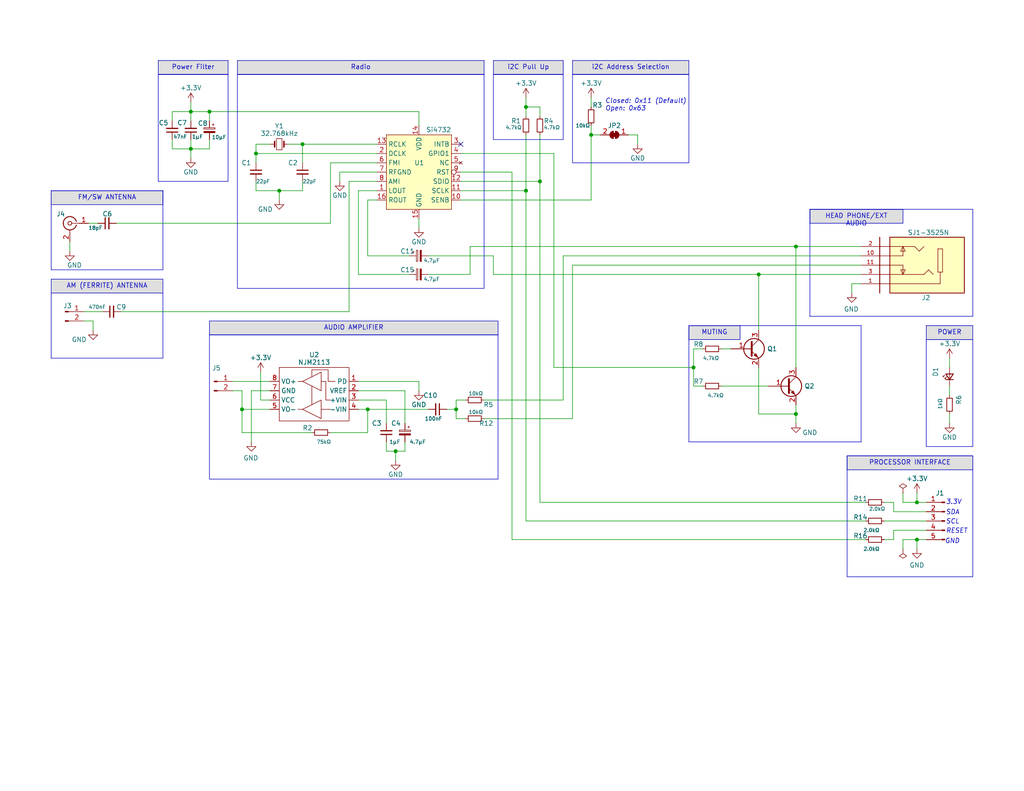
<source format=kicad_sch>
(kicad_sch (version 20230121) (generator eeschema)
  (paper "USLetter")
  (title_block (title "Si4732 BO") (date "2021-03-02") (rev "Version 3A") (comment 1 "Convert from 0402->0603 Passives") (comment 2 "Designed By: Nancy Gail Daniels - AD5EU"))
  (lib_symbols
    (symbol "Connector:Conn_01x02_Pin" (pin_names (offset 1.016) hide)
      (property "Reference" "J" (at 0 2.54 0))
      (property "Value" "Conn_01x02_Pin" (at 0 -5.08 0))
      (symbol "Conn_01x02_Pin_1_1"
        (polyline (pts (xy 1.27 -2.54) (xy 0.8636 -2.54)) (stroke (width 0.1524)))
        (polyline (pts (xy 1.27 0) (xy 0.8636 0)) (stroke (width 0.1524)))
        (rectangle (start 0.8636 -2.413) (end 0 -2.667) (stroke (width 0.1524)) (fill (type outline)))
        (rectangle (start 0.8636 0.127) (end 0 -0.127) (stroke (width 0.1524)) (fill (type outline)))
        (pin passive line (at 5.08 0 180) (length 3.81) (name "Pin_1") (number "1"))
        (pin passive line (at 5.08 -2.54 180) (length 3.81) (name "Pin_2") (number "2"))
      )
    )
    (symbol "Connector:Conn_01x05_Pin" (pin_names (offset 1.016) hide)
      (property "Reference" "J" (at 0 7.62 0))
      (property "Value" "Conn_01x05_Pin" (at 0 -7.62 0))
      (symbol "Conn_01x05_Pin_1_1"
        (polyline (pts (xy 1.27 -5.08) (xy 0.8636 -5.08)) (stroke (width 0.1524)))
        (polyline (pts (xy 1.27 -2.54) (xy 0.8636 -2.54)) (stroke (width 0.1524)))
        (polyline (pts (xy 1.27 0) (xy 0.8636 0)) (stroke (width 0.1524)))
        (polyline (pts (xy 1.27 2.54) (xy 0.8636 2.54)) (stroke (width 0.1524)))
        (polyline (pts (xy 1.27 5.08) (xy 0.8636 5.08)) (stroke (width 0.1524)))
        (rectangle (start 0.8636 -4.953) (end 0 -5.207) (stroke (width 0.1524)) (fill (type outline)))
        (rectangle (start 0.8636 -2.413) (end 0 -2.667) (stroke (width 0.1524)) (fill (type outline)))
        (rectangle (start 0.8636 0.127) (end 0 -0.127) (stroke (width 0.1524)) (fill (type outline)))
        (rectangle (start 0.8636 2.667) (end 0 2.413) (stroke (width 0.1524)) (fill (type outline)))
        (rectangle (start 0.8636 5.207) (end 0 4.953) (stroke (width 0.1524)) (fill (type outline)))
        (pin passive line (at 5.08 5.08 180) (length 3.81) (name "Pin_1") (number "1"))
        (pin passive line (at 5.08 2.54 180) (length 3.81) (name "Pin_2") (number "2"))
        (pin passive line (at 5.08 0 180) (length 3.81) (name "Pin_3") (number "3"))
        (pin passive line (at 5.08 -2.54 180) (length 3.81) (name "Pin_4") (number "4"))
        (pin passive line (at 5.08 -5.08 180) (length 3.81) (name "Pin_5") (number "5"))
      )
    )
    (symbol "Connector:Conn_Coaxial" (pin_names (offset 1.016) hide)
      (property "Reference" "J" (at 0.254 3.048 0))
      (property "Value" "Conn_Coaxial" (at 2.921 0 90))
      (symbol "Conn_Coaxial_0_1"
        (arc (start -1.778 -0.508) (mid 0.2311 -1.8066) (end 1.778 0) (stroke (width 0.254)))
        (polyline (pts (xy -2.54 0) (xy -0.508 0)))
        (polyline (pts (xy 0 -2.54) (xy 0 -1.778)))
        (circle (center 0 0) (radius 0.508) (stroke (width 0.2032)))
        (arc (start 1.778 0) (mid 0.2099 1.8101) (end -1.778 0.508) (stroke (width 0.254)))
      )
      (symbol "Conn_Coaxial_1_1"
        (pin passive line (at -5.08 0 0) (length 2.54) (name "In") (number "1"))
        (pin passive line (at 0 -5.08 90) (length 2.54) (name "Ext") (number "2"))
      )
    )
    (symbol "Device:C_Polarized_Small" (pin_numbers hide) (pin_names (offset 0.254) hide)
      (property "Reference" "C" (at 0.254 1.778 0))
      (property "Value" "C_Polarized_Small" (at 0.254 -2.032 0))
      (symbol "C_Polarized_Small_0_1"
        (rectangle (start -1.524 -0.3048) (end 1.524 -0.6858) (fill (type outline)))
        (rectangle (start -1.524 0.6858) (end 1.524 0.3048))
        (polyline (pts (xy -1.27 1.524) (xy -0.762 1.524)))
        (polyline (pts (xy -1.016 1.27) (xy -1.016 1.778)))
      )
      (symbol "C_Polarized_Small_1_1"
        (pin passive line (at 0 2.54 270) (length 1.8542) (name "~") (number "1"))
        (pin passive line (at 0 -2.54 90) (length 1.8542) (name "~") (number "2"))
      )
    )
    (symbol "Device:C_Small" (pin_numbers hide) (pin_names (offset 0.254) hide)
      (property "Reference" "C" (at 0.254 1.778 0))
      (property "Value" "C_Small" (at 0.254 -2.032 0))
      (symbol "C_Small_0_1"
        (polyline (pts (xy -1.524 -0.508) (xy 1.524 -0.508)) (stroke (width 0.3302)))
        (polyline (pts (xy -1.524 0.508) (xy 1.524 0.508)) (stroke (width 0.3048)))
      )
      (symbol "C_Small_1_1"
        (pin passive line (at 0 2.54 270) (length 2.032) (name "~") (number "1"))
        (pin passive line (at 0 -2.54 90) (length 2.032) (name "~") (number "2"))
      )
    )
    (symbol "Device:Crystal_Small" (pin_numbers hide) (pin_names (offset 1.016) hide)
      (property "Reference" "Y" (at 0 2.54 0))
      (property "Value" "Crystal_Small" (at 0 -2.54 0))
      (symbol "Crystal_Small_0_1"
        (rectangle (start -0.762 -1.524) (end 0.762 1.524))
        (polyline (pts (xy -1.27 -0.762) (xy -1.27 0.762)) (stroke (width 0.381)))
        (polyline (pts (xy 1.27 -0.762) (xy 1.27 0.762)) (stroke (width 0.381)))
      )
      (symbol "Crystal_Small_1_1"
        (pin passive line (at -2.54 0 0) (length 1.27) (name "1") (number "1"))
        (pin passive line (at 2.54 0 180) (length 1.27) (name "2") (number "2"))
      )
    )
    (symbol "Device:LED_Small" (pin_numbers hide) (pin_names (offset 0.254) hide)
      (property "Reference" "D" (at -1.27 3.175 0))
      (property "Value" "LED_Small" (at -4.445 -2.54 0))
      (symbol "LED_Small_0_1"
        (polyline (pts (xy -0.762 -1.016) (xy -0.762 1.016)) (stroke (width 0.254)))
        (polyline (pts (xy 1.016 0) (xy -0.762 0)))
        (polyline (pts (xy 0.762 -1.016) (xy -0.762 0) (xy 0.762 1.016) (xy 0.762 -1.016)) (stroke (width 0.254)))
        (polyline (pts (xy 0 0.762) (xy -0.508 1.27) (xy -0.254 1.27) (xy -0.508 1.27) (xy -0.508 1.016)))
        (polyline (pts (xy 0.508 1.27) (xy 0 1.778) (xy 0.254 1.778) (xy 0 1.778) (xy 0 1.524)))
      )
      (symbol "LED_Small_1_1"
        (pin passive line (at -2.54 0 0) (length 1.778) (name "K") (number "1"))
        (pin passive line (at 2.54 0 180) (length 1.778) (name "A") (number "2"))
      )
    )
    (symbol "Device:Q_NPN_BEC" (pin_names (offset 0) hide)
      (property "Reference" "Q" (at 5.08 1.27 0))
      (property "Value" "Q_NPN_BEC" (at 5.08 -1.27 0))
      (symbol "Q_NPN_BEC_0_1"
        (polyline (pts (xy 0.635 0.635) (xy 2.54 2.54)))
        (polyline (pts (xy 0.635 -0.635) (xy 2.54 -2.54) (xy 2.54 -2.54)))
        (polyline (pts (xy 0.635 1.905) (xy 0.635 -1.905) (xy 0.635 -1.905)) (stroke (width 0.508)))
        (polyline (pts (xy 1.27 -1.778) (xy 1.778 -1.27) (xy 2.286 -2.286) (xy 1.27 -1.778) (xy 1.27 -1.778)) (fill (type outline)))
        (circle (center 1.27 0) (radius 2.8194) (stroke (width 0.254)))
      )
      (symbol "Q_NPN_BEC_1_1"
        (pin input line (at -5.08 0 0) (length 5.715) (name "B") (number "1"))
        (pin passive line (at 2.54 -5.08 90) (length 2.54) (name "E") (number "2"))
        (pin passive line (at 2.54 5.08 270) (length 2.54) (name "C") (number "3"))
      )
    )
    (symbol "Device:R_Small" (pin_numbers hide) (pin_names (offset 0.254) hide)
      (property "Reference" "R" (at 0.762 0.508 0))
      (property "Value" "R_Small" (at 0.762 -1.016 0))
      (symbol "R_Small_0_1"
        (rectangle (start -0.762 1.778) (end 0.762 -1.778) (stroke (width 0.2032)))
      )
      (symbol "R_Small_1_1"
        (pin passive line (at 0 2.54 270) (length 0.762) (name "~") (number "1"))
        (pin passive line (at 0 -2.54 90) (length 0.762) (name "~") (number "2"))
      )
    )
    (symbol "Jumper:SolderJumper_2_Bridged" (pin_names (offset 0) hide)
      (property "Reference" "JP" (at 0 2.032 0))
      (property "Value" "SolderJumper_2_Bridged" (at 0 -2.54 0))
      (symbol "SolderJumper_2_Bridged_0_1"
        (rectangle (start -0.508 0.508) (end 0.508 -0.508) (fill (type outline)))
        (arc (start -0.254 1.016) (mid -1.2656 0) (end -0.254 -1.016))
        (arc (start -0.254 1.016) (mid -1.2656 0) (end -0.254 -1.016) (fill (type outline)))
        (polyline (pts (xy -0.254 1.016) (xy -0.254 -1.016)))
        (polyline (pts (xy 0.254 1.016) (xy 0.254 -1.016)))
        (arc (start 0.254 -1.016) (mid 1.2656 0) (end 0.254 1.016))
        (arc (start 0.254 -1.016) (mid 1.2656 0) (end 0.254 1.016) (fill (type outline)))
      )
      (symbol "SolderJumper_2_Bridged_1_1"
        (pin passive line (at -3.81 0 0) (length 2.54) (name "A") (number "1"))
        (pin passive line (at 3.81 0 180) (length 2.54) (name "B") (number "2"))
      )
    )
    (symbol "NJM2113:NJM2113"
      (property "Reference" "U" (at 3.81 8.89 0))
      (property "Value" "NJM2113" (at 3.81 -8.89 0))
      (symbol "NJM2113_0_1"
        (rectangle (start -5.08 7.62) (end 13.97 -6.985))
        (polyline (pts (xy 0 3.81) (xy -1.27 3.81)))
        (polyline (pts (xy 2.54 -3.81) (xy 0 -3.81)))
        (polyline (pts (xy 5.08 2.54) (xy 5.08 -2.54)))
        (polyline (pts (xy 7.62 -3.81) (xy 8.89 -3.81)))
        (polyline (pts (xy 7.62 3.81) (xy 8.89 3.81)))
        (polyline (pts (xy 2.54 -1.27) (xy 2.54 -6.35) (xy 7.62 -3.81) (xy 2.54 -1.27)))
        (polyline (pts (xy 2.54 3.81) (xy 1.27 3.81) (xy 1.27 -1.27) (xy 0 -1.27)))
        (polyline (pts (xy 2.54 6.35) (xy 2.54 1.27) (xy 7.62 3.81) (xy 2.54 6.35)))
        (polyline (pts (xy 0 3.81) (xy 0.635 3.81) (xy 0.635 6.985) (xy 5.08 6.985) (xy 5.08 5.08)))
      )
      (symbol "NJM2113_1_1"
        (pin input line (at -7.62 3.81 0) (length 2.54) (name "PD") (number "1"))
        (pin input line (at -7.62 1.27 0) (length 2.54) (name "VREF") (number "2"))
        (pin input line (at -7.62 -1.27 0) (length 2.54) (name "+VIN") (number "3"))
        (pin input line (at -7.62 -3.81 0) (length 2.54) (name "-VIN") (number "4"))
        (pin output line (at 16.51 -3.81 180) (length 2.54) (name "VO-") (number "5"))
        (pin power_in line (at 16.51 -1.27 180) (length 2.54) (name "VCC") (number "6"))
        (pin power_in line (at 16.51 1.27 180) (length 2.54) (name "GND") (number "7"))
        (pin output line (at 16.51 3.81 180) (length 2.54) (name "VO+") (number "8"))
      )
    )
    (symbol "SJ1-3525N:SJ1-3525N" (pin_names (offset 1.016) hide)
      (property "Reference" "J" (at -10.16 10.16 0))
      (property "Value" "SJ1-3525N" (at -10.16 -12.7254 0))
      (symbol "SJ1-3525N_0_0"
        (rectangle (start -12.9286 -7.62) (end 7.3914 7.62) (stroke (width 0.254)) (fill (type background)))
        (polyline (pts (xy -6.985 -4.445) (xy -6.985 1.905)) (stroke (width 0.1524)))
        (polyline (pts (xy -6.985 1.905) (xy -6.35 1.905)) (stroke (width 0.1524)))
        (polyline (pts (xy -6.35 1.905) (xy -5.715 1.905)) (stroke (width 0.1524)))
        (polyline (pts (xy -6.35 5.08) (xy -6.35 1.905)) (stroke (width 0.1524)))
        (polyline (pts (xy -5.715 -4.445) (xy -6.985 -4.445)) (stroke (width 0.1524)))
        (polyline (pts (xy -5.715 1.905) (xy -5.715 -4.445)) (stroke (width 0.1524)))
        (polyline (pts (xy -3.175 1.27) (xy -4.445 2.54)) (stroke (width 0.1524)))
        (polyline (pts (xy -1.905 2.54) (xy -3.175 1.27)) (stroke (width 0.1524)))
        (polyline (pts (xy -0.635 -3.81) (xy -1.905 -5.08)) (stroke (width 0.1524)))
        (polyline (pts (xy 0.635 -5.08) (xy -0.635 -3.81)) (stroke (width 0.1524)))
        (polyline (pts (xy 3.81 -5.08) (xy 0.635 -5.08)) (stroke (width 0.1524)))
        (polyline (pts (xy 3.81 -2.54) (xy 3.81 -5.08)) (stroke (width 0.1524)))
        (polyline (pts (xy 3.81 2.54) (xy -1.905 2.54)) (stroke (width 0.1524)))
        (polyline (pts (xy 3.81 2.54) (xy 3.81 0)) (stroke (width 0.1524)))
        (polyline (pts (xy 10.16 -7.62) (xy 10.16 7.62)) (stroke (width 0.254)))
        (polyline (pts (xy 10.16 -5.08) (xy 3.81 -5.08)) (stroke (width 0.1524)))
        (polyline (pts (xy 10.16 -2.54) (xy 3.81 -2.54)) (stroke (width 0.1524)))
        (polyline (pts (xy 10.16 0) (xy 3.81 0)) (stroke (width 0.1524)))
        (polyline (pts (xy 10.16 2.54) (xy 3.81 2.54)) (stroke (width 0.1524)))
        (polyline (pts (xy 10.16 5.08) (xy -6.35 5.08)) (stroke (width 0.1524)))
        (polyline (pts (xy 3.81 -5.08) (xy 3.175 -3.81) (xy 4.445 -3.81) (xy 3.81 -5.08)) (stroke (width 0.1524)) (fill (type background)))
        (polyline (pts (xy 3.81 2.54) (xy 4.445 1.27) (xy 3.175 1.27) (xy 3.81 2.54)) (stroke (width 0.1524)) (fill (type background)))
        (pin passive line (at 15.24 5.08 180) (length 5.08) (name "~") (number "1"))
        (pin passive line (at 15.24 -2.54 180) (length 5.08) (name "~") (number "10"))
        (pin passive line (at 15.24 0 180) (length 5.08) (name "~") (number "11"))
        (pin passive line (at 15.24 -5.08 180) (length 5.08) (name "~") (number "2"))
        (pin passive line (at 15.24 2.54 180) (length 5.08) (name "~") (number "3"))
      )
    )
    (symbol "Si4732:Si4732-A10"
      (property "Reference" "U" (at -1.27 1.27 0))
      (property "Value" "Si4732" (at -7.62 2.54 0))
      (symbol "Si4732-A10_1_1"
        (rectangle (start -8.89 8.89) (end 8.89 -11.43) (fill (type background)))
        (pin output line (at -11.43 -6.35 0) (length 2.54) (name "LOUT") (number "1"))
        (pin input line (at 11.43 -8.89 180) (length 2.54) (name "SENB") (number "10"))
        (pin input line (at 11.43 -6.35 180) (length 2.54) (name "SCLK") (number "11"))
        (pin bidirectional line (at 11.43 -3.81 180) (length 2.54) (name "SDIO") (number "12"))
        (pin passive line (at -11.43 6.35 0) (length 2.54) (name "RCLK") (number "13"))
        (pin power_in line (at 0 11.43 270) (length 2.54) (name "VDD") (number "14"))
        (pin power_in line (at 0 -13.97 90) (length 2.54) (name "GND") (number "15"))
        (pin output line (at -11.43 -8.89 0) (length 2.54) (name "ROUT") (number "16"))
        (pin passive line (at -11.43 3.81 0) (length 2.54) (name "DCLK") (number "2"))
        (pin output line (at 11.43 6.35 180) (length 2.54) (name "INTB") (number "3"))
        (pin output line (at 11.43 3.81 180) (length 2.54) (name "GPIO1") (number "4"))
        (pin no_connect line (at 11.43 1.27 180) (length 2.54) (name "NC") (number "5"))
        (pin passive line (at -11.43 1.27 0) (length 2.54) (name "FMI") (number "6"))
        (pin passive line (at -11.43 -1.27 0) (length 2.54) (name "RFGND") (number "7"))
        (pin passive line (at -11.43 -3.81 0) (length 2.54) (name "AMI") (number "8"))
        (pin input inverted (at 11.43 -1.27 180) (length 2.54) (name "RST") (number "9"))
      )
    )
    (symbol "power:+3.3V" (power) (pin_names (offset 0))
      (property "Value" "+3.3V" (at 0 3.556 0))
      (symbol "+3.3V_0_1"
        (polyline (pts (xy -0.762 1.27) (xy 0 2.54)))
        (polyline (pts (xy 0 0) (xy 0 2.54)))
        (polyline (pts (xy 0 2.54) (xy 0.762 1.27)))
      )
      (symbol "+3.3V_1_1"
        (pin power_in line (at 0 0 90) (length 0) hide (name "+3.3V") (number "1"))
      )
    )
    (symbol "power:GND" (power) (pin_names (offset 0))
      (property "Value" "GND" (at 0 -3.81 0))
      (symbol "GND_0_1"
        (polyline (pts (xy 0 0) (xy 0 -1.27) (xy 1.27 -1.27) (xy 0 -2.54) (xy -1.27 -1.27) (xy 0 -1.27)))
      )
      (symbol "GND_1_1"
        (pin power_in line (at 0 0 270) (length 0) hide (name "GND") (number "1"))
      )
    )
    (symbol "power:PWR_FLAG" (power) (pin_numbers hide) (pin_names (offset 0) hide)
      (property "Value" "PWR_FLAG" (at 0 3.81 0))
      (symbol "PWR_FLAG_0_0"
        (pin power_out line (at 0 0 90) (length 0) (name "pwr") (number "1"))
      )
      (symbol "PWR_FLAG_0_1"
        (polyline (pts (xy 0 0) (xy 0 1.27) (xy -1.016 1.905) (xy 0 2.54) (xy 1.016 1.905) (xy 0 1.27)))
      )
    )
  )
  (junction (at 124.46 111.76))
  (junction (at 52.07 30.48))
  (junction (at 143.51 29.21))
  (junction (at 147.32 49.53))
  (junction (at 66.04 111.76))
  (junction (at 82.55 39.37))
  (junction (at 143.51 52.07))
  (junction (at 207.01 74.93))
  (junction (at 250.19 137.16))
  (junction (at 100.33 111.76))
  (junction (at 217.17 113.03))
  (junction (at 250.19 147.32))
  (junction (at 52.07 40.64))
  (junction (at 69.85 41.91))
  (junction (at 76.2 52.07))
  (junction (at 217.17 67.31))
  (junction (at 57.15 30.48))
  (junction (at 107.95 123.19))
  (junction (at 161.29 36.83))
  (junction (at 189.23 100.33))
  (no_connect (at 125.73 39.37))
  (wire (pts (xy 114.3 30.48) (xy 114.3 34.29)))
  (wire (pts (xy 250.19 147.32) (xy 246.38 147.32)))
  (wire (pts (xy 128.27 74.93) (xy 128.27 67.31)))
  (wire (pts (xy 143.51 29.21) (xy 143.51 31.75)))
  (wire (pts (xy 27.94 85.09) (xy 22.86 85.09)))
  (wire (pts (xy 97.79 109.22) (xy 105.41 109.22)))
  (wire (pts (xy 189.23 95.25) (xy 191.77 95.25)))
  (wire (pts (xy 156.21 72.39) (xy 234.95 72.39)))
  (wire (pts (xy 161.29 54.61) (xy 161.29 36.83)))
  (wire (pts (xy 52.07 30.48) (xy 52.07 33.02)))
  (wire (pts (xy 90.17 44.45) (xy 102.87 44.45)))
  (wire (pts (xy 116.84 69.85) (xy 134.62 69.85)))
  (wire (pts (xy 125.73 41.91) (xy 151.13 41.91)))
  (wire (pts (xy 68.58 106.68) (xy 73.66 106.68)))
  (wire (pts (xy 132.08 114.3) (xy 156.21 114.3)))
  (wire (pts (xy 196.85 105.41) (xy 209.55 105.41)))
  (polyline (pts (xy 44.45 52.07) (xy 44.45 73.66)))
  (wire (pts (xy 78.74 39.37) (xy 82.55 39.37)))
  (wire (pts (xy 246.38 137.16) (xy 250.19 137.16)))
  (wire (pts (xy 105.41 120.65) (xy 105.41 123.19)))
  (wire (pts (xy 189.23 100.33) (xy 189.23 105.41)))
  (wire (pts (xy 151.13 100.33) (xy 189.23 100.33)))
  (wire (pts (xy 196.85 95.25) (xy 199.39 95.25)))
  (wire (pts (xy 82.55 39.37) (xy 82.55 44.45)))
  (wire (pts (xy 232.41 77.47) (xy 234.95 77.47)))
  (wire (pts (xy 71.12 101.6) (xy 71.12 109.22)))
  (wire (pts (xy 143.51 52.07) (xy 143.51 142.24)))
  (wire (pts (xy 252.73 144.78) (xy 243.84 144.78)))
  (wire (pts (xy 161.29 29.21) (xy 161.29 26.67)))
  (polyline (pts (xy 187.96 120.65) (xy 187.96 88.9)))
  (wire (pts (xy 57.15 30.48) (xy 57.15 33.02)))
  (wire (pts (xy 63.5 104.14) (xy 73.66 104.14)))
  (wire (pts (xy 66.04 118.11) (xy 85.09 118.11)))
  (wire (pts (xy 127 109.22) (xy 124.46 109.22)))
  (wire (pts (xy 107.95 123.19) (xy 105.41 123.19)))
  (wire (pts (xy 250.19 147.32) (xy 250.19 149.86)))
  (wire (pts (xy 69.85 39.37) (xy 73.66 39.37)))
  (wire (pts (xy 100.33 118.11) (xy 90.17 118.11)))
  (wire (pts (xy 107.95 123.19) (xy 107.95 125.73)))
  (wire (pts (xy 163.83 36.83) (xy 161.29 36.83)))
  (wire (pts (xy 217.17 113.03) (xy 217.17 110.49)))
  (wire (pts (xy 217.17 113.03) (xy 217.17 115.57)))
  (wire (pts (xy 125.73 46.99) (xy 139.7 46.99)))
  (wire (pts (xy 19.05 66.04) (xy 19.05 68.58)))
  (wire (pts (xy 259.08 105.41) (xy 259.08 107.95)))
  (wire (pts (xy 114.3 104.14) (xy 114.3 106.68)))
  (wire (pts (xy 100.33 69.85) (xy 100.33 54.61)))
  (wire (pts (xy 76.2 52.07) (xy 76.2 54.61)))
  (wire (pts (xy 143.51 29.21) (xy 147.32 29.21)))
  (polyline (pts (xy 13.97 97.79) (xy 13.97 80.01)))
  (wire (pts (xy 259.08 100.33) (xy 259.08 97.79)))
  (wire (pts (xy 102.87 52.07) (xy 97.79 52.07)))
  (wire (pts (xy 128.27 67.31) (xy 217.17 67.31)))
  (wire (pts (xy 100.33 118.11) (xy 100.33 111.76)))
  (wire (pts (xy 139.7 46.99) (xy 139.7 147.32)))
  (wire (pts (xy 52.07 40.64) (xy 52.07 38.1)))
  (wire (pts (xy 52.07 30.48) (xy 57.15 30.48)))
  (wire (pts (xy 90.17 44.45) (xy 90.17 60.96)))
  (wire (pts (xy 156.21 72.39) (xy 156.21 114.3)))
  (polyline (pts (xy 234.95 88.9) (xy 234.95 120.65)))
  (wire (pts (xy 252.73 147.32) (xy 250.19 147.32)))
  (wire (pts (xy 134.62 74.93) (xy 207.01 74.93)))
  (wire (pts (xy 153.67 69.85) (xy 153.67 109.22)))
  (wire (pts (xy 100.33 54.61) (xy 102.87 54.61)))
  (wire (pts (xy 246.38 149.86) (xy 246.38 147.32)))
  (wire (pts (xy 82.55 49.53) (xy 82.55 52.07)))
  (wire (pts (xy 217.17 67.31) (xy 217.17 100.33)))
  (wire (pts (xy 147.32 29.21) (xy 147.32 31.75)))
  (wire (pts (xy 173.99 36.83) (xy 173.99 39.37)))
  (wire (pts (xy 100.33 111.76) (xy 116.84 111.76)))
  (wire (pts (xy 105.41 109.22) (xy 105.41 115.57)))
  (wire (pts (xy 97.79 111.76) (xy 100.33 111.76)))
  (wire (pts (xy 71.12 109.22) (xy 73.66 109.22)))
  (wire (pts (xy 33.02 85.09) (xy 95.25 85.09)))
  (wire (pts (xy 147.32 137.16) (xy 236.22 137.16)))
  (polyline (pts (xy 44.45 73.66) (xy 13.97 73.66)))
  (wire (pts (xy 69.85 41.91) (xy 69.85 44.45)))
  (wire (pts (xy 189.23 100.33) (xy 189.23 95.25)))
  (wire (pts (xy 143.51 29.21) (xy 143.51 26.67)))
  (wire (pts (xy 232.41 77.47) (xy 232.41 80.01)))
  (wire (pts (xy 207.01 100.33) (xy 207.01 113.03)))
  (wire (pts (xy 46.99 40.64) (xy 52.07 40.64)))
  (wire (pts (xy 66.04 111.76) (xy 73.66 111.76)))
  (wire (pts (xy 107.95 123.19) (xy 110.49 123.19)))
  (polyline (pts (xy 44.45 80.01) (xy 44.45 97.79)))
  (polyline (pts (xy 44.45 80.01) (xy 13.97 80.01)))
  (wire (pts (xy 114.3 30.48) (xy 57.15 30.48)))
  (wire (pts (xy 102.87 49.53) (xy 95.25 49.53)))
  (wire (pts (xy 66.04 106.68) (xy 66.04 111.76)))
  (wire (pts (xy 52.07 27.94) (xy 52.07 30.48)))
  (wire (pts (xy 259.08 113.03) (xy 259.08 115.57)))
  (wire (pts (xy 26.67 60.96) (xy 24.13 60.96)))
  (wire (pts (xy 243.84 144.78) (xy 243.84 147.32)))
  (wire (pts (xy 110.49 106.68) (xy 110.49 115.57)))
  (wire (pts (xy 92.71 46.99) (xy 92.71 49.53)))
  (wire (pts (xy 69.85 41.91) (xy 69.85 39.37)))
  (wire (pts (xy 100.33 69.85) (xy 111.76 69.85)))
  (polyline (pts (xy 265.43 57.15) (xy 265.43 86.36)))
  (wire (pts (xy 124.46 109.22) (xy 124.46 111.76)))
  (wire (pts (xy 217.17 67.31) (xy 234.95 67.31)))
  (wire (pts (xy 69.85 49.53) (xy 69.85 52.07)))
  (wire (pts (xy 97.79 106.68) (xy 110.49 106.68)))
  (wire (pts (xy 241.3 142.24) (xy 252.73 142.24)))
  (wire (pts (xy 69.85 52.07) (xy 76.2 52.07)))
  (wire (pts (xy 46.99 33.02) (xy 46.99 30.48)))
  (wire (pts (xy 52.07 40.64) (xy 57.15 40.64)))
  (wire (pts (xy 97.79 52.07) (xy 97.79 74.93)))
  (polyline (pts (xy 265.43 86.36) (xy 220.98 86.36)))
  (wire (pts (xy 57.15 40.64) (xy 57.15 38.1)))
  (wire (pts (xy 147.32 49.53) (xy 147.32 137.16)))
  (wire (pts (xy 191.77 105.41) (xy 189.23 105.41)))
  (wire (pts (xy 82.55 39.37) (xy 102.87 39.37)))
  (wire (pts (xy 46.99 38.1) (xy 46.99 40.64)))
  (wire (pts (xy 143.51 142.24) (xy 236.22 142.24)))
  (wire (pts (xy 68.58 106.68) (xy 68.58 120.65)))
  (wire (pts (xy 125.73 49.53) (xy 147.32 49.53)))
  (wire (pts (xy 63.5 106.68) (xy 66.04 106.68)))
  (wire (pts (xy 134.62 69.85) (xy 134.62 74.93)))
  (wire (pts (xy 127 114.3) (xy 124.46 114.3)))
  (wire (pts (xy 243.84 139.7) (xy 252.73 139.7)))
  (polyline (pts (xy 265.43 57.15) (xy 220.98 57.15)))
  (wire (pts (xy 125.73 52.07) (xy 143.51 52.07)))
  (wire (pts (xy 125.73 54.61) (xy 161.29 54.61)))
  (wire (pts (xy 139.7 147.32) (xy 236.22 147.32)))
  (wire (pts (xy 132.08 109.22) (xy 153.67 109.22)))
  (wire (pts (xy 243.84 139.7) (xy 243.84 137.16)))
  (wire (pts (xy 102.87 41.91) (xy 69.85 41.91)))
  (polyline (pts (xy 234.95 88.9) (xy 187.96 88.9)))
  (wire (pts (xy 97.79 104.14) (xy 114.3 104.14)))
  (wire (pts (xy 153.67 69.85) (xy 234.95 69.85)))
  (wire (pts (xy 25.4 87.63) (xy 25.4 90.17)))
  (wire (pts (xy 116.84 74.93) (xy 128.27 74.93)))
  (wire (pts (xy 110.49 120.65) (xy 110.49 123.19)))
  (wire (pts (xy 173.99 36.83) (xy 171.45 36.83)))
  (wire (pts (xy 46.99 30.48) (xy 52.07 30.48)))
  (polyline (pts (xy 220.98 86.36) (xy 220.98 57.15)))
  (wire (pts (xy 246.38 134.62) (xy 246.38 137.16)))
  (wire (pts (xy 147.32 36.83) (xy 147.32 49.53)))
  (wire (pts (xy 241.3 137.16) (xy 243.84 137.16)))
  (wire (pts (xy 161.29 36.83) (xy 161.29 34.29)))
  (polyline (pts (xy 44.45 97.79) (xy 13.97 97.79)))
  (wire (pts (xy 97.79 74.93) (xy 111.76 74.93)))
  (polyline (pts (xy 44.45 52.07) (xy 13.97 52.07)))
  (wire (pts (xy 207.01 74.93) (xy 234.95 74.93)))
  (wire (pts (xy 52.07 40.64) (xy 52.07 43.18)))
  (wire (pts (xy 250.19 137.16) (xy 250.19 134.62)))
  (wire (pts (xy 207.01 74.93) (xy 207.01 90.17)))
  (wire (pts (xy 143.51 36.83) (xy 143.51 52.07)))
  (wire (pts (xy 114.3 59.69) (xy 114.3 62.23)))
  (wire (pts (xy 124.46 111.76) (xy 124.46 114.3)))
  (polyline (pts (xy 187.96 120.65) (xy 234.95 120.65)))
  (wire (pts (xy 250.19 137.16) (xy 252.73 137.16)))
  (wire (pts (xy 92.71 46.99) (xy 102.87 46.99)))
  (wire (pts (xy 95.25 49.53) (xy 95.25 85.09)))
  (wire (pts (xy 121.92 111.76) (xy 124.46 111.76)))
  (wire (pts (xy 31.75 60.96) (xy 90.17 60.96)))
  (wire (pts (xy 243.84 147.32) (xy 241.3 147.32)))
  (polyline (pts (xy 13.97 73.66) (xy 13.97 52.07)))
  (wire (pts (xy 151.13 41.91) (xy 151.13 100.33)))
  (wire (pts (xy 207.01 113.03) (xy 217.17 113.03)))
  (wire (pts (xy 25.4 87.63) (xy 22.86 87.63)))
  (wire (pts (xy 66.04 118.11) (xy 66.04 111.76)))
  (wire (pts (xy 76.2 52.07) (xy 82.55 52.07)))
  (rectangle (start 252.73 92.71) (end 265.43 121.92))
  (rectangle (start 134.62 20.32) (end 153.67 38.1))
  (rectangle (start 156.21 20.32) (end 187.96 44.45))
  (rectangle (start 64.77 20.32) (end 132.08 78.74))
  (rectangle (start 43.18 20.32) (end 62.23 49.53))
  (rectangle (start 57.15 91.44) (end 135.89 130.81))
  (rectangle (start 231.14 124.46) (end 265.43 157.48))
  (text_box "Power Filter" (at 43.18 16.51 0) (size 19.05 3.81) (fill (type color) (color 194 194 194 0.52)) (effects (font (size 1.27 1.27)) (justify top)))
  (text_box "MUTING" (at 187.96 88.9 0) (size 13.97 3.81) (fill (type color) (color 194 194 194 0.52)) (effects (font (size 1.27 1.27)) (justify top)))
  (text_box "HEAD PHONE/EXT AUDIO" (at 220.98 57.15 0) (size 25.4 3.81) (fill (type color) (color 194 194 194 0.52)) (effects (font (size 1.27 1.27)) (justify top)))
  (text_box "FM/SW ANTENNA" (at 13.97 52.07 0) (size 30.48 3.81) (fill (type color) (color 194 194 194 0.52)) (effects (font (size 1.27 1.27)) (justify top)))
  (text_box "AUDIO AMPLIFIER" (at 57.15 87.63 0) (size 78.74 3.81) (fill (type color) (color 194 194 194 0.52)) (effects (font (size 1.27 1.27)) (justify top)))
  (text_box "i2C Address Selection" (at 156.21 16.51 0) (size 31.75 3.81) (fill (type color) (color 194 194 194 0.52)) (effects (font (size 1.27 1.27)) (justify top)))
  (text_box "AM (FERRITE) ANTENNA" (at 13.97 76.2 0) (size 30.48 3.81) (fill (type color) (color 194 194 194 0.52)) (effects (font (size 1.27 1.27)) (justify top)))
  (text_box "i2C Pull Up" (at 134.62 16.51 0) (size 19.05 3.81) (fill (type color) (color 194 194 194 0.52)) (effects (font (size 1.27 1.27)) (justify top)))
  (text_box "Radio" (at 64.77 16.51 0) (size 67.31 3.81) (fill (type color) (color 194 194 194 0.52)) (effects (font (size 1.27 1.27)) (justify top)))
  (text_box "PROCESSOR INTERFACE" (at 231.14 124.46 0) (size 34.29 3.81) (fill (type color) (color 194 194 194 0.52)) (effects (font (size 1.27 1.27)) (justify top)))
  (text_box "POWER" (at 252.73 88.9 0) (size 12.7 3.81) (fill (type color) (color 194 194 194 0.52)) (effects (font (size 1.27 1.27)) (justify top)))
  (text "SCL" (at 258.064 143.256 0) (effects (font (size 1.27 1.27) italic) (justify left bottom)))
  (text "Closed: 0x11 (Default)\nOpen: 0x63\n" (at 165.1 30.48 0) (effects (font (size 1.27 1.27) italic) (justify left bottom)))
  (text "SDA" (at 258.064 140.716 0) (effects (font (size 1.27 1.27) italic) (justify left bottom)))
  (text "GND" (at 257.81 148.59 0) (effects (font (size 1.27 1.27) italic) (justify left bottom)))
  (text "3.3V" (at 258.064 137.922 0) (effects (font (size 1.27 1.27) italic) (justify left bottom)))
  (text "RESET" (at 258.064 145.796 0) (effects (font (size 1.27 1.27) italic) (justify left bottom)))
  (symbol (lib_id "power:GND") (at 114.3 62.23 0) (mirror y) (unit 1)
    (property "Reference" "#PWR0102" (effects hide))
    (property "Value" "GND" (at 114.3 66.04 0))
  )
  (symbol (lib_id "Device:C_Small") (at 29.21 60.96 90) (unit 1)
    (property "Reference" "C6" (at 27.94 58.42 90) (effects (justify right)))
    (property "Value" "18pF" (at 24.13 62.23 90) (effects (font (size 0.9906 0.9906)) (justify right)))
    (property "Footprint" "Capacitor_THT:C_Disc_D3.8mm_W2.6mm_P2.50mm" (effects hide))
  )
  (symbol (lib_id "power:GND") (at 232.41 80.01 0) (mirror y) (unit 1)
    (property "Reference" "#PWR0107" (effects hide))
    (property "Value" "GND" (at 232.283 84.4042 0))
  )
  (symbol (lib_id "Device:R_Small") (at 147.32 34.29 0) (unit 1)
    (property "Reference" "R4" (at 148.336 33.02 0) (effects (justify left)))
    (property "Value" "4.7kΩ" (at 148.336 34.798 0) (effects (font (size 0.9906 0.9906)) (justify left)))
    (property "Footprint" "Resistor_THT:R_Axial_DIN0207_L6.3mm_D2.5mm_P7.62mm_Horizontal" (effects hide))
  )
  (symbol (lib_id "Device:R_Small") (at 143.51 34.29 0) (unit 1)
    (property "Reference" "R1" (at 139.446 33.02 0) (effects (justify left)))
    (property "Value" "4.7kΩ" (at 137.922 34.798 0) (effects (font (size 0.9906 0.9906)) (justify left)))
    (property "Footprint" "Resistor_THT:R_Axial_DIN0207_L6.3mm_D2.5mm_P7.62mm_Horizontal" (effects hide))
  )
  (symbol (lib_id "power:GND") (at 250.19 149.86 0) (mirror y) (unit 1)
    (property "Reference" "#PWR0110" (effects hide))
    (property "Value" "GND" (at 250.19 154.305 0))
  )
  (symbol (lib_id "Device:LED_Small") (at 259.08 102.87 90) (unit 1)
    (property "Reference" "D1" (at 255.27 102.87 0) (effects (justify left)))
    (property "Value" "LED_Small" (effects hide))
    (property "Footprint" "LED_THT:LED_D3.0mm" (effects hide))
  )
  (symbol (lib_id "Device:R_Small") (at 259.08 110.49 0) (unit 1)
    (property "Reference" "R6" (at 261.62 110.49 90) (effects (justify left)))
    (property "Value" "1kΩ" (at 256.54 111.76 90) (effects (font (size 0.9906 0.9906)) (justify left)))
    (property "Footprint" "Resistor_THT:R_Axial_DIN0207_L6.3mm_D2.5mm_P7.62mm_Horizontal" (effects hide))
  )
  (symbol (lib_id "Device:R_Small") (at 161.29 31.75 0) (mirror y) (unit 1)
    (property "Reference" "R3" (at 164.338 28.702 0) (effects (justify left)))
    (property "Value" "10kΩ" (at 161.036 34.29 0) (effects (font (size 0.9906 0.9906)) (justify left)))
    (property "Footprint" "Resistor_THT:R_Axial_DIN0207_L6.3mm_D2.5mm_P7.62mm_Horizontal" (effects hide))
  )
  (symbol (lib_id "Device:C_Small") (at 30.48 85.09 90) (unit 1)
    (property "Reference" "C9" (at 31.75 83.82 90) (effects (justify right)))
    (property "Value" "470nF" (at 24.13 83.82 90) (effects (font (size 0.9906 0.9906)) (justify right)))
    (property "Footprint" "Capacitor_THT:C_Disc_D3.8mm_W2.6mm_P2.50mm" (effects hide))
  )
  (symbol (lib_id "power:GND") (at 173.99 39.37 0) (unit 1)
    (property "Reference" "#PWR0108" (effects hide))
    (property "Value" "GND" (at 173.99 43.18 0))
  )
  (symbol (lib_id "Connector:Conn_Coaxial") (at 19.05 60.96 0) (mirror y) (unit 1)
    (property "Reference" "J4" (at 17.78 58.42 0) (effects (justify left)))
    (property "Value" "Conn_01x01_Female" (effects hide))
    (property "Footprint" "Connector_Coaxial:SMA_Molex_73251-1153_EdgeMount_Horizontal" (effects hide))
    (property "Datasheet" " ~" (effects hide))
  )
  (symbol (lib_id "power:GND") (at 68.58 120.65 0) (mirror y) (unit 1)
    (property "Reference" "#PWR0122" (effects hide))
    (property "Value" "GND" (at 68.453 125.0442 0))
  )
  (symbol (lib_id "Device:R_Small") (at 129.54 109.22 90) (unit 1)
    (property "Reference" "R5" (at 134.62 110.49 90) (effects (justify left)))
    (property "Value" "10kΩ" (at 131.826 107.442 90) (effects (font (size 0.9906 0.9906)) (justify left)))
    (property "Footprint" "Resistor_THT:R_Axial_DIN0207_L6.3mm_D2.5mm_P7.62mm_Horizontal" (effects hide))
  )
  (symbol (lib_id "Device:R_Small") (at 129.54 114.3 90) (unit 1)
    (property "Reference" "R12" (at 134.62 115.57 90) (effects (justify left)))
    (property "Value" "10kΩ" (at 131.826 112.522 90) (effects (font (size 0.9906 0.9906)) (justify left)))
    (property "Footprint" "Resistor_THT:R_Axial_DIN0207_L6.3mm_D2.5mm_P7.62mm_Horizontal" (effects hide))
  )
  (symbol (lib_id "Device:Q_NPN_BEC") (at 214.63 105.41 0) (unit 1)
    (property "Reference" "Q2" (at 219.4814 105.41 0) (effects (justify left)))
    (property "Value" "Q_NPN_BEC" (effects hide))
    (property "Footprint" "Package_TO_SOT_THT:TO-92_HandSolder" (effects hide))
  )
  (symbol (lib_id "Device:Q_NPN_BEC") (at 204.47 95.25 0) (unit 1)
    (property "Reference" "Q1" (at 209.3214 95.25 0) (effects (justify left)))
    (property "Value" "Q_NPN_BEC" (effects hide))
    (property "Footprint" "Package_TO_SOT_THT:TO-92_HandSolder" (effects hide))
  )
  (symbol (lib_id "power:GND") (at 217.17 115.57 0) (mirror y) (unit 1)
    (property "Reference" "#PWR0111" (effects hide))
    (property "Value" "GND" (at 220.98 118.11 0))
  )
  (symbol (lib_id "power:PWR_FLAG") (at 246.38 149.86 180) (unit 1)
    (property "Reference" "#FLG0101" (effects hide))
    (property "Value" "PWR_FLAG" (effects hide))
  )
  (symbol (lib_id "power:PWR_FLAG") (at 246.38 134.62 0) (unit 1)
    (property "Reference" "#FLG0102" (effects hide))
    (property "Value" "PWR_FLAG" (effects hide))
  )
  (symbol (lib_id "Device:R_Small") (at 194.31 105.41 270) (unit 1)
    (property "Reference" "R7" (at 189.23 104.14 90) (effects (justify left)))
    (property "Value" "4.7kΩ" (at 193.04 107.95 90) (effects (font (size 0.9906 0.9906)) (justify left)))
    (property "Footprint" "Resistor_THT:R_Axial_DIN0207_L6.3mm_D2.5mm_P7.62mm_Horizontal" (effects hide))
  )
  (symbol (lib_id "Device:R_Small") (at 194.31 95.25 270) (unit 1)
    (property "Reference" "R8" (at 189.23 93.98 90) (effects (justify left)))
    (property "Value" "4.7kΩ" (at 191.77 97.79 90) (effects (font (size 0.9906 0.9906)) (justify left)))
    (property "Footprint" "Resistor_THT:R_Axial_DIN0207_L6.3mm_D2.5mm_P7.62mm_Horizontal" (effects hide))
  )
  (symbol (lib_id "Device:R_Small") (at 238.76 142.24 90) (unit 1)
    (property "Reference" "R14" (at 236.728 141.224 90) (effects (justify left)))
    (property "Value" "2.0kΩ" (at 240.03 144.78 90) (effects (font (size 0.9906 0.9906)) (justify left)))
    (property "Footprint" "Resistor_THT:R_Axial_DIN0207_L6.3mm_D2.5mm_P7.62mm_Horizontal" (effects hide))
  )
  (symbol (lib_id "Device:R_Small") (at 238.76 137.16 90) (unit 1)
    (property "Reference" "R11" (at 236.728 136.144 90) (effects (justify left)))
    (property "Value" "2.0kΩ" (at 241.554 138.938 90) (effects (font (size 0.9906 0.9906)) (justify left)))
    (property "Footprint" "Resistor_THT:R_Axial_DIN0207_L6.3mm_D2.5mm_P7.62mm_Horizontal" (effects hide))
  )
  (symbol (lib_id "Device:R_Small") (at 238.76 147.32 90) (unit 1)
    (property "Reference" "R16" (at 236.728 146.304 90) (effects (justify left)))
    (property "Value" "2.0kΩ" (at 240.03 149.86 90) (effects (font (size 0.9906 0.9906)) (justify left)))
    (property "Footprint" "Resistor_THT:R_Axial_DIN0207_L6.3mm_D2.5mm_P7.62mm_Horizontal" (effects hide))
  )
  (symbol (lib_id "Device:C_Polarized_Small") (at 114.3 69.85 90) (mirror x) (unit 1)
    (property "Reference" "C11" (at 109.22 68.58 90) (effects (justify right)))
    (property "Value" "4.7µF" (at 115.57 71.12 90) (effects (font (size 0.9906 0.9906)) (justify right)))
    (property "Footprint" "Capacitor_THT:CP_Radial_D5.0mm_P2.00mm" (effects hide))
  )
  (symbol (lib_id "Device:C_Polarized_Small") (at 114.3 74.93 90) (mirror x) (unit 1)
    (property "Reference" "C15" (at 109.22 73.66 90) (effects (justify right)))
    (property "Value" "4.7µF" (at 115.57 76.2 90) (effects (font (size 0.9906 0.9906)) (justify right)))
    (property "Footprint" "Capacitor_THT:CP_Radial_D5.0mm_P2.00mm" (effects hide))
  )
  (symbol (lib_id "Device:C_Small") (at 46.99 35.56 0) (mirror x) (unit 1)
    (property "Reference" "C5" (at 45.974 33.528 0) (effects (justify right)))
    (property "Value" "47nF" (at 51.054 37.338 0) (effects (font (size 0.9906 0.9906)) (justify right)))
    (property "Footprint" "Capacitor_THT:C_Disc_D3.8mm_W2.6mm_P2.50mm" (effects hide))
  )
  (symbol (lib_id "Device:C_Small") (at 52.07 35.56 0) (mirror x) (unit 1)
    (property "Reference" "C7" (at 51.054 33.528 0) (effects (justify right)))
    (property "Value" "1µF" (at 55.372 37.338 0) (effects (font (size 0.9906 0.9906)) (justify right)))
    (property "Footprint" "Capacitor_THT:C_Axial_L3.8mm_D2.6mm_P7.50mm_Horizontal" (effects hide))
  )
  (symbol (lib_id "Device:C_Polarized_Small") (at 57.15 35.56 0) (mirror y) (unit 1)
    (property "Reference" "C8" (at 53.975 33.655 0) (effects (justify right)))
    (property "Value" "10µF" (at 57.785 37.465 0) (effects (font (size 0.9906 0.9906)) (justify right)))
    (property "Footprint" "Capacitor_THT:CP_Radial_D4.0mm_P1.50mm" (effects hide))
  )
  (symbol (lib_id "power:GND") (at 52.07 43.18 0) (mirror y) (unit 1)
    (property "Reference" "#PWR0115" (effects hide))
    (property "Value" "GND" (at 52.07 46.99 0))
  )
  (symbol (lib_id "power:GND") (at 259.08 115.57 0) (mirror y) (unit 1)
    (property "Reference" "#PWR0109" (effects hide))
    (property "Value" "GND" (at 259.08 119.38 0))
  )
  (symbol (lib_id "NJM2113:NJM2113") (at 90.17 107.95 0) (mirror y) (unit 1)
    (property "Reference" "U2" (at 85.725 96.877 0))
    (property "Value" "NJM2113" (at 85.725 98.925 0))
    (property "Footprint" "Package_DIP:DIP-8_W7.62mm_LongPads" (effects hide))
  )
  (symbol (lib_id "Device:C_Small") (at 69.85 46.99 0) (unit 1)
    (property "Reference" "C1" (at 68.58 44.45 0) (effects (justify right)))
    (property "Value" "22pF" (at 73.66 49.53 0) (effects (font (size 0.9906 0.9906)) (justify right)))
    (property "Footprint" "Capacitor_THT:C_Disc_D3.8mm_W2.6mm_P2.50mm" (effects hide))
  )
  (symbol (lib_id "Device:C_Polarized_Small") (at 110.49 118.11 0) (mirror y) (unit 1)
    (property "Reference" "C4" (at 106.68 115.57 0) (effects (justify right)))
    (property "Value" "4.7µF" (at 111.76 120.65 0) (effects (font (size 0.9906 0.9906)) (justify right)))
    (property "Footprint" "Capacitor_THT:CP_Radial_D4.0mm_P1.50mm" (effects hide))
  )
  (symbol (lib_id "power:+3.3V") (at 143.51 26.67 0) (unit 1)
    (property "Reference" "#PWR010" (effects hide))
    (property "Value" "+3.3V" (at 143.51 22.725 0))
  )
  (symbol (lib_id "Connector:Conn_01x05_Pin") (at 257.81 142.24 0) (mirror y) (unit 1)
    (property "Reference" "J1" (at 255.27 134.62 0) (effects (justify right)))
    (property "Value" "Conn_01x05_Pin" (effects hide))
    (property "Footprint" "Connector_PinHeader_2.54mm:PinHeader_1x05_P2.54mm_Vertical" (effects hide))
  )
  (symbol (lib_id "power:+3.3V") (at 52.07 27.94 0) (unit 1)
    (property "Reference" "#PWR012" (effects hide))
    (property "Value" "+3.3V" (at 52.07 23.995 0))
  )
  (symbol (lib_id "power:+3.3V") (at 250.19 134.62 0) (unit 1)
    (property "Reference" "#PWR08" (effects hide))
    (property "Value" "+3.3V" (at 250.19 130.675 0))
  )
  (symbol (lib_id "Device:Crystal_Small") (at 76.2 39.37 0) (unit 1)
    (property "Reference" "Y1" (at 76.2 34.393 0))
    (property "Value" "32.768kHz" (at 76.2 36.441 0))
    (property "Footprint" "ECS27:XTAL_ECS-.327-12.5-8X-C" (effects hide))
    (property "Mfr" "ECS" (effects hide))
    (property "Mfr #" "ECS-.327-12.5-8X" (effects hide))
    (property "Digikey" "X1123-ND" (effects hide))
    (property "Tolerance" "20ppm" (effects hide))
  )
  (symbol (lib_id "Connector:Conn_01x02_Pin") (at 58.42 104.14 0) (unit 1)
    (property "Reference" "J5" (at 59.055 100.4838 0))
    (property "Value" "Conn_01x02_Pin" (effects hide))
    (property "Footprint" "Phoenix_2x1:1725656" (effects hide))
  )
  (symbol (lib_id "power:+3.3V") (at 161.29 26.67 0) (unit 1)
    (property "Reference" "#PWR011" (effects hide))
    (property "Value" "+3.3V" (at 161.29 22.725 0))
  )
  (symbol (lib_id "Device:C_Small") (at 82.55 46.99 0) (unit 1)
    (property "Reference" "C2" (at 81.28 44.45 0) (effects (justify right)))
    (property "Value" "22pF" (at 86.36 49.53 0) (effects (font (size 0.9906 0.9906)) (justify right)))
    (property "Footprint" "Capacitor_THT:C_Disc_D3.8mm_W2.6mm_P2.50mm" (effects hide))
  )
  (symbol (lib_id "Device:R_Small") (at 87.63 118.11 270) (unit 1)
    (property "Reference" "R2" (at 82.55 116.84 90) (effects (justify left)))
    (property "Value" "75kΩ" (at 86.36 120.65 90) (effects (font (size 0.9906 0.9906)) (justify left)))
    (property "Footprint" "Resistor_THT:R_Axial_DIN0207_L6.3mm_D2.5mm_P7.62mm_Horizontal" (effects hide))
  )
  (symbol (lib_id "Si4732:Si4732-A10") (at 114.3 45.72 0) (unit 1)
    (property "Reference" "U1" (at 113.03 44.45 0) (effects (justify left)))
    (property "Value" "Si4732" (at 116.2559 35.425 0) (effects (justify left)))
    (property "Footprint" "Package_SO:SOIC-16_3.9x9.9mm_P1.27mm" (effects hide))
  )
  (symbol (lib_id "power:+3.3V") (at 71.12 101.6 0) (unit 1)
    (property "Reference" "#PWR01" (effects hide))
    (property "Value" "+3.3V" (at 71.12 97.655 0))
  )
  (symbol (lib_id "Jumper:SolderJumper_2_Bridged") (at 167.64 36.83 0) (mirror y) (unit 1)
    (property "Reference" "JP2" (at 167.64 34.29 0))
    (property "Value" "SolderJumper_2_Open" (effects hide))
    (property "Footprint" "Jumper:SolderJumper-2_P1.3mm_Bridged_RoundedPad1.0x1.5mm" (effects hide))
  )
  (symbol (lib_id "SJ1-3525N:SJ1-3525N") (at 250.19 72.39 180) (unit 1)
    (property "Reference" "J2" (at 251.46 81.28 0) (effects (justify right)))
    (property "Value" "SJ1-3525N" (at 247.65 63.5 0) (effects (justify right)))
    (property "Footprint" "CUI_SJ1-3525N" (effects hide))
    (property "PARTREV" "1.02" (effects hide))
    (property "STANDARD" "Manufacturer recommendation" (effects hide))
    (property "MANUFACTURER" "CUI" (effects hide))
  )
  (symbol (lib_id "power:GND") (at 92.71 49.53 0) (mirror y) (unit 1)
    (property "Reference" "#PWR04" (effects hide))
    (property "Value" "GND" (at 92.71 53.34 0))
  )
  (symbol (lib_id "Connector:Conn_01x02_Pin") (at 17.78 85.09 0) (unit 1)
    (property "Reference" "J3" (at 18.415 83.4818 0))
    (property "Value" "Conn_01x02_Pin" (effects hide))
    (property "Footprint" "Phoenix_2x1:1725656" (effects hide))
  )
  (symbol (lib_id "Device:C_Small") (at 105.41 118.11 0) (mirror x) (unit 1)
    (property "Reference" "C3" (at 104.14 115.57 0) (effects (justify right)))
    (property "Value" "1µF" (at 109.22 120.65 0) (effects (font (size 0.9906 0.9906)) (justify right)))
    (property "Footprint" "Capacitor_THT:C_Axial_L3.8mm_D2.6mm_P7.50mm_Horizontal" (effects hide))
  )
  (symbol (lib_id "Device:C_Small") (at 119.38 111.76 270) (mirror x) (unit 1)
    (property "Reference" "C10" (at 119.38 107.95 90) (effects (justify right)))
    (property "Value" "100nF" (at 120.65 114.3 90) (effects (font (size 0.9906 0.9906)) (justify right)))
    (property "Footprint" "Capacitor_THT:C_Disc_D3.8mm_W2.6mm_P2.50mm" (effects hide))
  )
  (symbol (lib_id "power:GND") (at 19.05 68.58 0) (mirror y) (unit 1)
    (property "Reference" "#PWR07" (effects hide))
    (property "Value" "GND" (at 20.32 72.39 0))
  )
  (symbol (lib_id "power:GND") (at 76.2 54.61 0) (mirror y) (unit 1)
    (property "Reference" "#PWR03" (effects hide))
    (property "Value" "GND" (at 72.39 57.15 0))
  )
  (symbol (lib_id "power:GND") (at 107.95 125.73 0) (mirror y) (unit 1)
    (property "Reference" "#PWR02" (effects hide))
    (property "Value" "GND" (at 107.95 129.54 0))
  )
  (symbol (lib_id "power:+3.3V") (at 259.08 97.79 0) (unit 1)
    (property "Reference" "#PWR09" (effects hide))
    (property "Value" "+3.3V" (at 259.08 93.845 0))
  )
  (symbol (lib_id "power:GND") (at 25.4 90.17 0) (mirror y) (unit 1)
    (property "Reference" "#PWR06" (effects hide))
    (property "Value" "GND" (at 21.59 92.71 0))
  )
  (symbol (lib_id "power:GND") (at 114.3 106.68 0) (mirror y) (unit 1)
    (property "Reference" "#PWR05" (effects hide))
    (property "Value" "GND" (at 114.3 110.49 0))
  )
)
</source>
